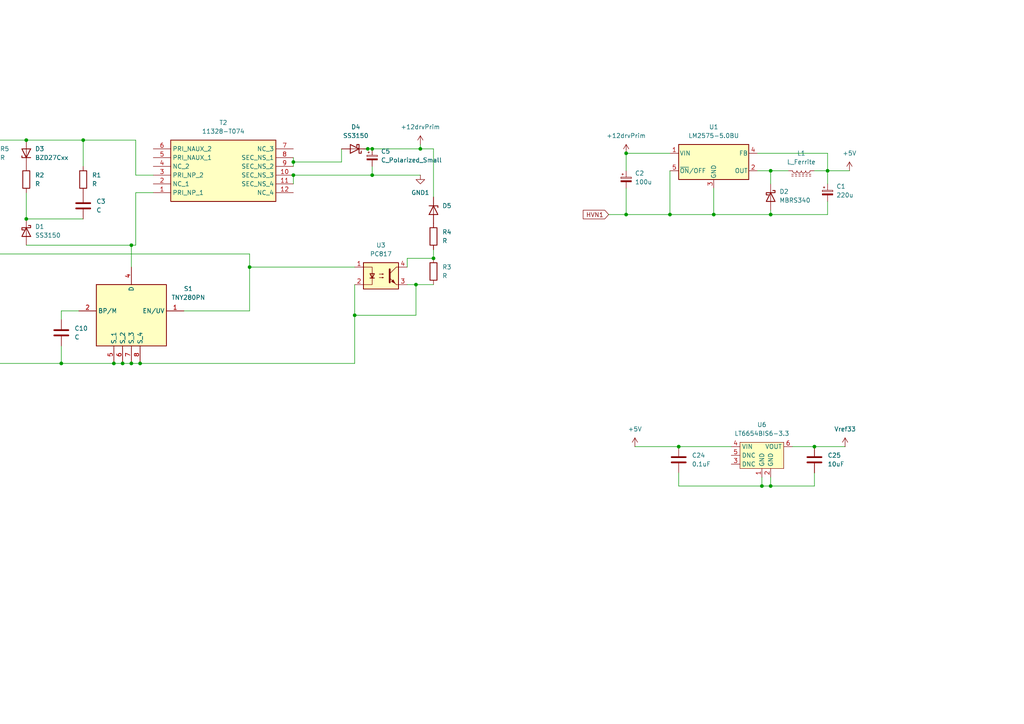
<source format=kicad_sch>
(kicad_sch (version 20250114) (generator "eeschema") (generator_version "9.0")
  (paper "A4")
  (lib_symbols
    (symbol "11328-T074:11328-T074"
      (property "Reference" "T" (at 36.83 7.62 0))
      (property "Value" "11328-T074" (at 36.83 5.08 0))
      (symbol "11328-T074_1_1"
        (rectangle (start 5.08 2.54) (end 35.56 -15.24) (stroke (width 0.254)) (fill (type background)))
        (pin passive line (at 0 0 0) (length 5.08) (name "NC_3") (number "7"))
        (pin passive line (at 0 -2.54 0) (length 5.08) (name "SEC_NS_1") (number "8"))
        (pin passive line (at 0 -5.08 0) (length 5.08) (name "SEC_NS_2") (number "9"))
        (pin passive line (at 0 -7.62 0) (length 5.08) (name "SEC_NS_3") (number "10"))
        (pin passive line (at 0 -10.16 0) (length 5.08) (name "SEC_NS_4") (number "11"))
        (pin passive line (at 0 -12.7 0) (length 5.08) (name "NC_4") (number "12"))
        (pin passive line (at 40.64 0 180) (length 5.08) (name "PRI_NAUX_2") (number "6"))
        (pin passive line (at 40.64 -2.54 180) (length 5.08) (name "PRI_NAUX_1") (number "5"))
        (pin passive line (at 40.64 -5.08 180) (length 5.08) (name "NC_2") (number "4"))
        (pin passive line (at 40.64 -7.62 180) (length 5.08) (name "PRI_NP_2") (number "3"))
        (pin passive line (at 40.64 -10.16 180) (length 5.08) (name "NC_1") (number "2"))
        (pin passive line (at 40.64 -12.7 180) (length 5.08) (name "PRI_NP_1") (number "1"))
      )
    )
    (symbol "AZ1117CH2-3_3TRG1:AZ1117CH2-3.3TRG1"
      (property "Reference" "IC" (at 36.83 7.62 0))
      (property "Value" "AZ1117CH2-3.3TRG1" (at 36.83 5.08 0))
      (symbol "AZ1117CH2-3.3TRG1_1_1"
        (rectangle (start 5.08 2.54) (end 35.56 -7.62) (stroke (width 0.254)) (fill (type background)))
        (pin passive line (at 0 0 0) (length 5.08) (name "INPUT") (number "1"))
        (pin passive line (at 0 -2.54 0) (length 5.08) (name "ADJ/GND_1") (number "2"))
        (pin passive line (at 0 -5.08 0) (length 5.08) (name "OUTPUT") (number "3"))
        (pin passive line (at 40.64 0 180) (length 5.08) (name "ADJ/GND_2") (number "4"))
      )
    )
    (symbol "Device:C" (pin_numbers (hide yes)) (pin_names (offset 0.254))
      (property "Reference" "C" (at 0.635 2.54 0))
      (property "Value" "C" (at 0.635 -2.54 0))
      (symbol "C_0_1"
        (polyline (pts (xy -2.032 0.762) (xy 2.032 0.762)) (stroke (width 0.508)))
        (polyline (pts (xy -2.032 -0.762) (xy 2.032 -0.762)) (stroke (width 0.508)))
      )
      (symbol "C_1_1"
        (pin passive line (at 0 3.81 270) (length 2.794) (name "~") (number "1"))
        (pin passive line (at 0 -3.81 90) (length 2.794) (name "~") (number "2"))
      )
    )
    (symbol "Device:C_Polarized_Small" (pin_numbers (hide yes)) (pin_names (offset 0.254) (hide yes))
      (property "Reference" "C" (at 0.254 1.778 0))
      (property "Value" "C_Polarized_Small" (at 0.254 -2.032 0))
      (symbol "C_Polarized_Small_0_1"
        (rectangle (start -1.524 0.6858) (end 1.524 0.3048))
        (rectangle (start -1.524 -0.3048) (end 1.524 -0.6858) (fill (type outline)))
        (polyline (pts (xy -1.27 1.524) (xy -0.762 1.524)))
        (polyline (pts (xy -1.016 1.27) (xy -1.016 1.778)))
      )
      (symbol "C_Polarized_Small_1_1"
        (pin passive line (at 0 2.54 270) (length 1.8542) (name "~") (number "1"))
        (pin passive line (at 0 -2.54 90) (length 1.8542) (name "~") (number "2"))
      )
    )
    (symbol "Device:L_Ferrite" (pin_numbers (hide yes)) (pin_names (offset 1.016) (hide yes))
      (property "Reference" "L" (at -1.27 0 90))
      (property "Value" "L_Ferrite" (at 2.794 0 90))
      (symbol "L_Ferrite_0_1"
        (arc (start 0 2.54) (mid 0.6323 1.905) (end 0 1.27))
        (arc (start 0 1.27) (mid 0.6323 0.635) (end 0 0))
        (arc (start 0 0) (mid 0.6323 -0.635) (end 0 -1.27))
        (arc (start 0 -1.27) (mid 0.6323 -1.905) (end 0 -2.54))
        (polyline (pts (xy 1.016 2.286) (xy 1.016 2.794)))
        (polyline (pts (xy 1.016 1.27) (xy 1.016 1.778)))
        (polyline (pts (xy 1.016 0.254) (xy 1.016 0.762)))
        (polyline (pts (xy 1.016 -0.762) (xy 1.016 -0.254)))
        (polyline (pts (xy 1.016 -1.778) (xy 1.016 -1.27)))
        (polyline (pts (xy 1.016 -2.794) (xy 1.016 -2.286)))
        (polyline (pts (xy 1.524 2.794) (xy 1.524 2.286)))
        (polyline (pts (xy 1.524 1.778) (xy 1.524 1.27)))
        (polyline (pts (xy 1.524 0.762) (xy 1.524 0.254)))
        (polyline (pts (xy 1.524 -0.254) (xy 1.524 -0.762)))
        (polyline (pts (xy 1.524 -1.27) (xy 1.524 -1.778)))
        (polyline (pts (xy 1.524 -2.286) (xy 1.524 -2.794)))
      )
      (symbol "L_Ferrite_1_1"
        (pin passive line (at 0 3.81 270) (length 1.27) (name "1") (number "1"))
        (pin passive line (at 0 -3.81 90) (length 1.27) (name "2") (number "2"))
      )
    )
    (symbol "Device:R" (pin_numbers (hide yes)) (pin_names (offset 0))
      (property "Reference" "R" (at 2.032 0 90))
      (property "Value" "R" (at 0 0 90))
      (symbol "R_0_1"
        (rectangle (start -1.016 -2.54) (end 1.016 2.54) (stroke (width 0.254)))
      )
      (symbol "R_1_1"
        (pin passive line (at 0 3.81 270) (length 1.27) (name "~") (number "1"))
        (pin passive line (at 0 -3.81 90) (length 1.27) (name "~") (number "2"))
      )
    )
    (symbol "Diode:BZD27Cxx" (pin_numbers (hide yes)) (pin_names (hide yes))
      (property "Reference" "D" (at 0 2.54 0))
      (property "Value" "BZD27Cxx" (at 0 -2.54 0))
      (symbol "BZD27Cxx_0_1"
        (polyline (pts (xy -1.27 -1.27) (xy -1.27 1.27) (xy -0.762 1.27)) (stroke (width 0.254)))
        (polyline (pts (xy 1.27 0) (xy -1.27 0)))
        (polyline (pts (xy 1.27 -1.27) (xy 1.27 1.27) (xy -1.27 0) (xy 1.27 -1.27)) (stroke (width 0.254)))
      )
      (symbol "BZD27Cxx_1_1"
        (pin passive line (at -3.81 0 0) (length 2.54) (name "K") (number "1"))
        (pin passive line (at 3.81 0 180) (length 2.54) (name "A") (number "2"))
      )
    )
    (symbol "Diode:BZX384xxxx" (pin_numbers (hide yes)) (pin_names (hide yes))
      (property "Reference" "D" (at 0 2.54 0))
      (property "Value" "BZX384xxxx" (at 0 -2.54 0))
      (symbol "BZX384xxxx_0_1"
        (polyline (pts (xy -1.27 -1.27) (xy -1.27 1.27) (xy -0.762 1.27)) (stroke (width 0.254)))
        (polyline (pts (xy 1.27 0) (xy -1.27 0)))
        (polyline (pts (xy 1.27 -1.27) (xy 1.27 1.27) (xy -1.27 0) (xy 1.27 -1.27)) (stroke (width 0.254)))
      )
      (symbol "BZX384xxxx_1_1"
        (pin passive line (at -3.81 0 0) (length 2.54) (name "K") (number "1"))
        (pin passive line (at 3.81 0 180) (length 2.54) (name "A") (number "2"))
      )
    )
    (symbol "Diode:MBRS340" (pin_numbers (hide yes)) (pin_names (offset 1.016) (hide yes))
      (property "Reference" "D" (at 0 2.54 0))
      (property "Value" "MBRS340" (at 0 -2.54 0))
      (symbol "MBRS340_0_1"
        (polyline (pts (xy -1.905 0.635) (xy -1.905 1.27) (xy -1.27 1.27) (xy -1.27 -1.27) (xy -0.635 -1.27) (xy -0.635 -0.635)) (stroke (width 0.254)))
        (polyline (pts (xy 1.27 1.27) (xy 1.27 -1.27) (xy -1.27 0) (xy 1.27 1.27)) (stroke (width 0.254)))
        (polyline (pts (xy 1.27 0) (xy -1.27 0)))
      )
      (symbol "MBRS340_1_1"
        (pin passive line (at -3.81 0 0) (length 2.54) (name "K") (number "1"))
        (pin passive line (at 3.81 0 180) (length 2.54) (name "A") (number "2"))
      )
    )
    (symbol "Diode:SS3150" (pin_numbers (hide yes)) (pin_names (offset 1.016) (hide yes))
      (property "Reference" "D" (at 0 2.54 0))
      (property "Value" "SS3150" (at 0 -2.54 0))
      (symbol "SS3150_0_1"
        (polyline (pts (xy -1.905 0.635) (xy -1.905 1.27) (xy -1.27 1.27) (xy -1.27 -1.27) (xy -0.635 -1.27) (xy -0.635 -0.635)) (stroke (width 0.254)))
        (polyline (pts (xy 1.27 1.27) (xy 1.27 -1.27) (xy -1.27 0) (xy 1.27 1.27)) (stroke (width 0.254)))
        (polyline (pts (xy 1.27 0) (xy -1.27 0)))
      )
      (symbol "SS3150_1_1"
        (pin passive line (at -3.81 0 0) (length 2.54) (name "K") (number "1"))
        (pin passive line (at 3.81 0 180) (length 2.54) (name "A") (number "2"))
      )
    )
    (symbol "Isolator:PC817" (pin_names (offset 1.016))
      (property "Reference" "U" (at -5.08 5.08 0))
      (property "Value" "PC817" (at 0 5.08 0))
      (symbol "PC817_0_1"
        (rectangle (start -5.08 3.81) (end 5.08 -3.81) (stroke (width 0.254)) (fill (type background)))
        (polyline (pts (xy -5.08 2.54) (xy -2.54 2.54) (xy -2.54 -0.635)))
        (polyline (pts (xy -3.175 -0.635) (xy -1.905 -0.635)) (stroke (width 0.254)))
        (polyline (pts (xy -2.54 -0.635) (xy -2.54 -2.54) (xy -5.08 -2.54)))
        (polyline (pts (xy -2.54 -0.635) (xy -3.175 0.635) (xy -1.905 0.635) (xy -2.54 -0.635)) (stroke (width 0.254)))
        (polyline (pts (xy -0.508 0.508) (xy 0.762 0.508) (xy 0.381 0.381) (xy 0.381 0.635) (xy 0.762 0.508)))
        (polyline (pts (xy -0.508 -0.508) (xy 0.762 -0.508) (xy 0.381 -0.635) (xy 0.381 -0.381) (xy 0.762 -0.508)))
        (polyline (pts (xy 2.54 1.905) (xy 2.54 -1.905)) (stroke (width 0.508)))
        (polyline (pts (xy 2.54 0.635) (xy 4.445 2.54)))
        (polyline (pts (xy 3.048 -1.651) (xy 3.556 -1.143) (xy 4.064 -2.159) (xy 3.048 -1.651)) (fill (type outline)))
        (polyline (pts (xy 4.445 2.54) (xy 5.08 2.54)))
        (polyline (pts (xy 4.445 -2.54) (xy 2.54 -0.635)) (fill (type outline)))
        (polyline (pts (xy 4.445 -2.54) (xy 5.08 -2.54)))
      )
      (symbol "PC817_1_1"
        (pin passive line (at -7.62 2.54 0) (length 2.54) (name "~") (number "1"))
        (pin passive line (at -7.62 -2.54 0) (length 2.54) (name "~") (number "2"))
        (pin passive line (at 7.62 2.54 180) (length 2.54) (name "~") (number "4"))
        (pin passive line (at 7.62 -2.54 180) (length 2.54) (name "~") (number "3"))
      )
    )
    (symbol "LM2575HVT-12_LF03:LM2575HVT-12_LF03"
      (property "Reference" "IC" (at 34.29 7.62 0))
      (property "Value" "LM2575HVT-12_LF03" (at 34.29 5.08 0))
      (symbol "LM2575HVT-12_LF03_1_1"
        (rectangle (start 5.08 2.54) (end 33.02 -7.62) (stroke (width 0.254)) (fill (type background)))
        (pin passive line (at 0 0 0) (length 5.08) (name "VIN") (number "1"))
        (pin passive line (at 0 -2.54 0) (length 5.08) (name "OUTPUT") (number "2"))
        (pin passive line (at 0 -5.08 0) (length 5.08) (name "GROUND") (number "3"))
        (pin passive line (at 38.1 0 180) (length 5.08) (name "FEEDBACK") (number "4"))
        (pin passive line (at 38.1 -2.54 180) (length 5.08) (name "~{ON}/OFF") (number "5"))
      )
    )
    (symbol "New_Library:LT6654BIS6_3_3"
      (property "Reference" "U" (at 0 0 0))
      (symbol "LT6654BIS6_3_3_1_1"
        (rectangle (start -5.08 -1.27) (end 7.62 -8.89) (fill (type background)))
        (pin input line (at -7.62 -2.54 0) (length 2.54) (name "VIN") (number "4"))
        (pin input line (at -7.62 -5.08 0) (length 2.54) (name "DNC") (number "5"))
        (pin power_in line (at -7.62 -7.62 0) (length 2.54) (name "DNC") (number "3"))
        (pin power_in line (at 1.27 -11.43 90) (length 2.54) (name "GND") (number "1"))
        (pin power_in line (at 3.81 -11.43 90) (length 2.54) (name "GND") (number "2"))
        (pin power_in line (at 10.16 -2.54 180) (length 2.54) (name "VOUT") (number "6"))
      )
    )
    (symbol "Regulator_Switching:LM2575-5.0BU" (pin_names (offset 0.254))
      (property "Reference" "U" (at -10.16 6.35 0))
      (property "Value" "LM2575-5.0BU" (at 0 6.35 0))
      (symbol "LM2575-5.0BU_0_1"
        (rectangle (start -10.16 5.08) (end 10.16 -5.08) (stroke (width 0.254)) (fill (type background)))
      )
      (symbol "LM2575-5.0BU_1_1"
        (pin power_in line (at -12.7 2.54 0) (length 2.54) (name "VIN") (number "1"))
        (pin input line (at -12.7 -2.54 0) (length 2.54) (name "~{ON}/OFF") (number "5"))
        (pin power_in line (at 0 -7.62 90) (length 2.54) (name "GND") (number "3"))
        (pin input line (at 12.7 2.54 180) (length 2.54) (name "FB") (number "4"))
        (pin output line (at 12.7 -2.54 180) (length 2.54) (name "OUT") (number "2"))
      )
    )
    (symbol "TNY280PN:TNY280PN"
      (property "Reference" "S" (at 26.67 12.7 0))
      (property "Value" "TNY280PN" (at 26.67 10.16 0))
      (symbol "TNY280PN_1_1"
        (rectangle (start 5.08 7.62) (end 25.4 -10.16) (stroke (width 0.254)) (fill (type background)))
        (pin passive line (at 0 0 0) (length 5.08) (name "BP/M") (number "2"))
        (pin passive line (at 10.16 -15.24 90) (length 5.08) (name "S_1") (number "5"))
        (pin passive line (at 12.7 -15.24 90) (length 5.08) (name "S_2") (number "6"))
        (pin passive line (at 15.24 12.7 270) (length 5.08) (name "D") (number "4"))
        (pin passive line (at 15.24 -15.24 90) (length 5.08) (name "S_3") (number "7"))
        (pin passive line (at 17.78 -15.24 90) (length 5.08) (name "S_4") (number "8"))
        (pin passive line (at 30.48 0 180) (length 5.08) (name "EN/UV") (number "1"))
      )
    )
    (symbol "power:+12V" (power) (pin_numbers (hide yes)) (pin_names (offset 0) (hide yes))
      (property "Value" "+12V" (at 0 3.556 0))
      (symbol "+12V_0_1"
        (polyline (pts (xy -0.762 1.27) (xy 0 2.54)))
        (polyline (pts (xy 0 2.54) (xy 0.762 1.27)))
        (polyline (pts (xy 0 0) (xy 0 2.54)))
      )
      (symbol "+12V_1_1"
        (pin power_in line (at 0 0 90) (length 0) (name "~") (number "1"))
      )
    )
    (symbol "power:+3V0" (power) (pin_numbers (hide yes)) (pin_names (offset 0) (hide yes))
      (property "Value" "+3V0" (at 0 3.556 0))
      (symbol "+3V0_0_1"
        (polyline (pts (xy -0.762 1.27) (xy 0 2.54)))
        (polyline (pts (xy 0 2.54) (xy 0.762 1.27)))
        (polyline (pts (xy 0 0) (xy 0 2.54)))
      )
      (symbol "+3V0_1_1"
        (pin power_in line (at 0 0 90) (length 0) (name "~") (number "1"))
      )
    )
    (symbol "power:+5V" (power) (pin_numbers (hide yes)) (pin_names (offset 0) (hide yes))
      (property "Value" "+5V" (at 0 3.556 0))
      (symbol "+5V_0_1"
        (polyline (pts (xy -0.762 1.27) (xy 0 2.54)))
        (polyline (pts (xy 0 2.54) (xy 0.762 1.27)))
        (polyline (pts (xy 0 0) (xy 0 2.54)))
      )
      (symbol "+5V_1_1"
        (pin power_in line (at 0 0 90) (length 0) (name "~") (number "1"))
      )
    )
    (symbol "power:GND1" (power) (pin_numbers (hide yes)) (pin_names (offset 0) (hide yes))
      (property "Value" "GND1" (at 0 -3.81 0))
      (symbol "GND1_0_1"
        (polyline (pts (xy 0 0) (xy 0 -1.27) (xy 1.27 -1.27) (xy 0 -2.54) (xy -1.27 -1.27) (xy 0 -1.27)))
      )
      (symbol "GND1_1_1"
        (pin power_in line (at 0 0 270) (length 0) (name "~") (number "1"))
      )
    )
    (symbol "power:GND2" (power) (pin_numbers (hide yes)) (pin_names (offset 0) (hide yes))
      (property "Value" "GND2" (at 0 -3.81 0))
      (symbol "GND2_0_1"
        (polyline (pts (xy 0 0) (xy 0 -1.27) (xy 1.27 -1.27) (xy 0 -2.54) (xy -1.27 -1.27) (xy 0 -1.27)))
      )
      (symbol "GND2_1_1"
        (pin power_in line (at 0 0 270) (length 0) (name "~") (number "1"))
      )
    )
  )
  (text "SEE LM2575HVSX-ADJ/NOPB AS SMD OR VERIFAY IF WE CAN LEST IT WITHOUT SINK \n" (at 403.098 28.194 0) (effects (font (size 1.27 1.27))))
  (text "| Original Part | Function / Specs                               | SMD Equivalent              | Package        | Notes                                  |\n| ------------- | ---------------------------------------------- | --------------------------- | -------------- | -------------------------------------- |\n| **P6KE150A**  | TVS Diode, 150 V, 600 W surge                  | **SMBJ150A**                | SMB (DO-214AA) | Same standoff voltage & surge rating   |\n| **1N4007GP**  | Rectifier, 1 A, 1000 V                         | **M7** (SMD 1N4007)         | SMA (DO-214AC) | Direct SMD version of 1N4007           |\n| **BYV28-200** | Ultrafast Rectifier, 3.5 A, 200 V, trr \\~30 ns | **ES3D** (example)          | SMB or SMC     | Choose ultrafast rectifier ≥3 A, 200 V |\n| **BZX79-C11** | Zener Diode, 11 V, 400 mW                      | **BZT52-C11**               | SOD-123        | Same voltage & similar power rating    |\n| **PC817A**    | Optocoupler, transistor output                 | **PC817 SOP-4** / **EL817** | SOP-4          | Same CTR & isolation; SMD footprint    |\n" (at 67.818 -23.368 0) (effects (font (size 1.27 1.27))))
  (text "NOT SMD !!!!!!!\n" (at 394.208 23.622 0) (effects (font (size 1.27 1.27))))
  (text "example of dc fan 12v 1.5w CFM-5015V-172-381 5cmx5cm" (at -43.434 80.01 0) (effects (font (size 1.27 1.27))))
  (junction (at 303.53 83.82))
  (junction (at 35.56 105.41))
  (junction (at 120.65 82.55))
  (junction (at 318.77 99.06))
  (junction (at 121.92 43.18))
  (junction (at 240.03 49.53))
  (junction (at 478.79 46.99))
  (junction (at 194.31 62.23))
  (junction (at 33.02 105.41))
  (junction (at 381 83.82))
  (junction (at 455.93 46.99))
  (junction (at 85.09 46.99))
  (junction (at 7.62 40.64))
  (junction (at 398.78 59.69))
  (junction (at 181.61 44.45))
  (junction (at 7.62 63.5))
  (junction (at 40.64 105.41))
  (junction (at 125.73 74.93))
  (junction (at 106.68 43.18))
  (junction (at 439.42 59.69))
  (junction (at 398.78 52.07))
  (junction (at 223.52 140.97))
  (junction (at 181.61 62.23))
  (junction (at 373.38 43.18))
  (junction (at -2.54 40.64))
  (junction (at 24.13 40.64))
  (junction (at 220.98 140.97))
  (junction (at 107.95 50.8))
  (junction (at 439.42 46.99))
  (junction (at 318.77 93.98))
  (junction (at 38.1 105.41))
  (junction (at 223.52 62.23))
  (junction (at 107.95 43.18))
  (junction (at 17.78 105.41))
  (junction (at 38.1 71.12))
  (junction (at 102.87 91.44))
  (junction (at 85.09 50.8))
  (junction (at 223.52 49.53))
  (junction (at 196.85 129.54))
  (junction (at 236.22 129.54))
  (junction (at 72.39 77.47))
  (junction (at 207.01 62.23))
  (junction (at 373.38 59.69))
  (wire (pts (xy 181.61 62.23) (xy 181.61 54.61)))
  (wire (pts (xy 125.73 57.15) (xy 125.73 43.18)))
  (wire (pts (xy 85.09 45.72) (xy 85.09 46.99)))
  (wire (pts (xy 99.06 43.18) (xy 99.06 46.99)))
  (wire (pts (xy 236.22 129.54) (xy 245.11 129.54)))
  (wire (pts (xy 7.62 40.64) (xy 24.13 40.64)))
  (wire (pts (xy 381 83.82) (xy 381 88.9)))
  (wire (pts (xy 220.98 138.43) (xy 220.98 140.97)))
  (wire (pts (xy 106.68 43.18) (xy 107.95 43.18)))
  (wire (pts (xy 38.1 71.12) (xy 39.37 71.12)))
  (wire (pts (xy 368.3 43.18) (xy 373.38 43.18)))
  (wire (pts (xy 120.65 91.44) (xy 120.65 82.55)))
  (wire (pts (xy 176.53 62.23) (xy 181.61 62.23)))
  (wire (pts (xy 398.78 52.07) (xy 398.78 59.69)))
  (wire (pts (xy 398.78 52.07) (xy 429.26 52.07)))
  (wire (pts (xy 194.31 49.53) (xy 194.31 62.23)))
  (wire (pts (xy 44.45 50.8) (xy 39.37 50.8)))
  (wire (pts (xy 85.09 50.8) (xy 107.95 50.8)))
  (wire (pts (xy 38.1 105.41) (xy 40.64 105.41)))
  (wire (pts (xy 24.13 48.26) (xy 24.13 40.64)))
  (wire (pts (xy 40.64 105.41) (xy 102.87 105.41)))
  (wire (pts (xy 120.65 82.55) (xy 125.73 82.55)))
  (wire (pts (xy 118.11 74.93) (xy 118.11 77.47)))
  (wire (pts (xy 478.79 46.99) (xy 481.33 46.99)))
  (wire (pts (xy 196.85 140.97) (xy 196.85 137.16)))
  (wire (pts (xy 102.87 82.55) (xy 102.87 91.44)))
  (wire (pts (xy 22.86 90.17) (xy 17.78 90.17)))
  (wire (pts (xy 455.93 59.69) (xy 439.42 59.69)))
  (wire (pts (xy 455.93 55.88) (xy 455.93 59.69)))
  (wire (pts (xy 223.52 138.43) (xy 223.52 140.97)))
  (wire (pts (xy 381 80.01) (xy 381 83.82)))
  (wire (pts (xy 102.87 91.44) (xy 120.65 91.44)))
  (wire (pts (xy 322.58 96.52) (xy 365.76 96.52)))
  (wire (pts (xy 24.13 63.5) (xy 7.62 63.5)))
  (wire (pts (xy 303.53 81.28) (xy 303.53 83.82)))
  (wire (pts (xy 303.53 99.06) (xy 318.77 99.06)))
  (wire (pts (xy 391.16 45.72) (xy 387.35 45.72)))
  (wire (pts (xy 207.01 54.61) (xy 207.01 62.23)))
  (wire (pts (xy 365.76 83.82) (xy 381 83.82)))
  (wire (pts (xy 33.02 105.41) (xy 35.56 105.41)))
  (wire (pts (xy 318.77 93.98) (xy 318.77 99.06)))
  (wire (pts (xy 223.52 49.53) (xy 228.6 49.53)))
  (wire (pts (xy 121.92 43.18) (xy 125.73 43.18)))
  (wire (pts (xy 196.85 129.54) (xy 212.09 129.54)))
  (wire (pts (xy 455.93 46.99) (xy 455.93 50.8)))
  (wire (pts (xy 72.39 77.47) (xy 72.39 90.17)))
  (wire (pts (xy 318.77 104.14) (xy 318.77 99.06)))
  (wire (pts (xy 452.12 46.99) (xy 455.93 46.99)))
  (wire (pts (xy 318.77 99.06) (xy 381 99.06)))
  (wire (pts (xy 391.16 52.07) (xy 398.78 52.07)))
  (wire (pts (xy 373.38 43.18) (xy 373.38 46.99)))
  (wire (pts (xy 318.77 86.36) (xy 318.77 93.98)))
  (wire (pts (xy 429.26 45.72) (xy 429.26 52.07)))
  (wire (pts (xy 17.78 90.17) (xy 17.78 92.71)))
  (wire (pts (xy 7.62 71.12) (xy 38.1 71.12)))
  (wire (pts (xy 373.38 43.18) (xy 391.16 43.18)))
  (wire (pts (xy 303.53 83.82) (xy 303.53 88.9)))
  (wire (pts (xy 107.95 43.18) (xy 121.92 43.18)))
  (wire (pts (xy 236.22 137.16) (xy 236.22 140.97)))
  (wire (pts (xy 85.09 46.99) (xy 85.09 48.26)))
  (wire (pts (xy 373.38 59.69) (xy 373.38 52.07)))
  (wire (pts (xy 207.01 62.23) (xy 223.52 62.23)))
  (wire (pts (xy 39.37 55.88) (xy 44.45 55.88)))
  (wire (pts (xy 219.71 49.53) (xy 223.52 49.53)))
  (wire (pts (xy 223.52 60.96) (xy 223.52 62.23)))
  (wire (pts (xy 53.34 90.17) (xy 72.39 90.17)))
  (wire (pts (xy 439.42 31.75) (xy 439.42 46.99)))
  (wire (pts (xy 39.37 55.88) (xy 39.37 71.12)))
  (wire (pts (xy 196.85 140.97) (xy 220.98 140.97)))
  (wire (pts (xy 121.92 41.91) (xy 121.92 43.18)))
  (wire (pts (xy -2.54 73.66) (xy 72.39 73.66)))
  (wire (pts (xy 72.39 73.66) (xy 72.39 77.47)))
  (wire (pts (xy 220.98 140.97) (xy 223.52 140.97)))
  (wire (pts (xy 240.03 49.53) (xy 246.38 49.53)))
  (wire (pts (xy 322.58 86.36) (xy 318.77 86.36)))
  (wire (pts (xy 303.53 83.82) (xy 322.58 83.82)))
  (wire (pts (xy 387.35 31.75) (xy 439.42 31.75)))
  (wire (pts (xy 318.77 93.98) (xy 363.22 93.98)))
  (wire (pts (xy 219.71 44.45) (xy 240.03 44.45)))
  (wire (pts (xy 85.09 50.8) (xy 85.09 53.34)))
  (wire (pts (xy 38.1 71.12) (xy 38.1 77.47)))
  (wire (pts (xy 24.13 40.64) (xy 39.37 40.64)))
  (wire (pts (xy 240.03 44.45) (xy 240.03 49.53)))
  (wire (pts (xy 181.61 44.45) (xy 181.61 49.53)))
  (wire (pts (xy 381 99.06) (xy 381 96.52)))
  (wire (pts (xy 439.42 46.99) (xy 439.42 50.8)))
  (wire (pts (xy 223.52 49.53) (xy 223.52 53.34)))
  (wire (pts (xy 229.87 129.54) (xy 236.22 129.54)))
  (wire (pts (xy 363.22 93.98) (xy 363.22 83.82)))
  (wire (pts (xy 181.61 62.23) (xy 194.31 62.23)))
  (wire (pts (xy 194.31 62.23) (xy 207.01 62.23)))
  (wire (pts (xy 118.11 82.55) (xy 120.65 82.55)))
  (wire (pts (xy -2.54 40.64) (xy 7.62 40.64)))
  (wire (pts (xy 181.61 44.45) (xy 194.31 44.45)))
  (wire (pts (xy 303.53 96.52) (xy 303.53 99.06)))
  (wire (pts (xy 429.26 43.18) (xy 455.93 43.18)))
  (wire (pts (xy 35.56 105.41) (xy 38.1 105.41)))
  (wire (pts (xy 105.41 43.18) (xy 106.68 43.18)))
  (wire (pts (xy 17.78 100.33) (xy 17.78 105.41)))
  (wire (pts (xy 313.69 104.14) (xy 318.77 104.14)))
  (wire (pts (xy 17.78 105.41) (xy 33.02 105.41)))
  (wire (pts (xy 107.95 50.8) (xy 121.92 50.8)))
  (wire (pts (xy 223.52 140.97) (xy 236.22 140.97)))
  (wire (pts (xy 102.87 105.41) (xy 102.87 91.44)))
  (wire (pts (xy 72.39 77.47) (xy 102.87 77.47)))
  (wire (pts (xy -6.35 105.41) (xy 17.78 105.41)))
  (wire (pts (xy 240.03 62.23) (xy 223.52 62.23)))
  (wire (pts (xy -6.35 40.64) (xy -2.54 40.64)))
  (wire (pts (xy 391.16 48.26) (xy 391.16 52.07)))
  (wire (pts (xy 240.03 58.42) (xy 240.03 62.23)))
  (wire (pts (xy 125.73 72.39) (xy 125.73 74.93)))
  (wire (pts (xy 39.37 50.8) (xy 39.37 40.64)))
  (wire (pts (xy 398.78 59.69) (xy 439.42 59.69)))
  (wire (pts (xy 439.42 58.42) (xy 439.42 59.69)))
  (wire (pts (xy 365.76 96.52) (xy 365.76 83.82)))
  (wire (pts (xy 236.22 49.53) (xy 240.03 49.53)))
  (wire (pts (xy 439.42 46.99) (xy 444.5 46.99)))
  (wire (pts (xy -2.54 48.26) (xy -2.54 73.66)))
  (wire (pts (xy 99.06 46.99) (xy 85.09 46.99)))
  (wire (pts (xy 322.58 88.9) (xy 322.58 96.52)))
  (wire (pts (xy 240.03 49.53) (xy 240.03 53.34)))
  (wire (pts (xy 125.73 74.93) (xy 118.11 74.93)))
  (wire (pts (xy 455.93 46.99) (xy 478.79 46.99)))
  (wire (pts (xy 373.38 59.69) (xy 398.78 59.69)))
  (wire (pts (xy 455.93 43.18) (xy 455.93 46.99)))
  (wire (pts (xy 107.95 48.26) (xy 107.95 50.8)))
  (wire (pts (xy 387.35 45.72) (xy 387.35 31.75)))
  (wire (pts (xy 184.15 129.54) (xy 196.85 129.54)))
  (wire (pts (xy 7.62 55.88) (xy 7.62 63.5)))
  (global_label "HVN1" (shape input) (at 313.69 104.14 180) (property "Intersheetrefs" "${INTERSHEET_REFS}" (effects (hide yes))))
  (global_label "HVN1" (shape input) (at -6.35 105.41 180) (property "Intersheetrefs" "${INTERSHEET_REFS}" (effects (hide yes))))
  (global_label "HVN1" (shape input) (at 176.53 62.23 180) (property "Intersheetrefs" "${INTERSHEET_REFS}" (effects (hide yes))))
  (global_label "HVP1" (shape input) (at -6.35 40.64 180) (property "Intersheetrefs" "${INTERSHEET_REFS}" (effects (hide yes))))
  (global_label "OUT1" (shape input) (at 368.3 43.18 180) (property "Intersheetrefs" "${INTERSHEET_REFS}" (effects (hide yes))))
  (symbol (lib_id "Device:C_Polarized_Small") (at 455.93 53.34 0) (unit 1)
    (property "Reference" "C61" (at 458.47 51.5238 0) (effects (justify left)))
    (property "Value" "220u" (at 458.47 54.0638 0) (effects (justify left)))
    (property "Description" "Polarized capacitor, small symbol" (effects (hide yes)))
  )
  (symbol (lib_id "Device:R") (at -2.54 44.45 0) (unit 1)
    (property "Reference" "R5" (at 0 43.1799 0) (effects (justify left)))
    (property "Value" "R" (at 0 45.7199 0) (effects (justify left)))
    (property "Description" "Resistor" (effects (hide yes)))
  )
  (symbol (lib_id "Device:R") (at 125.73 78.74 0) (unit 1)
    (property "Reference" "R3" (at 128.27 77.4699 0) (effects (justify left)))
    (property "Value" "R" (at 128.27 80.0099 0) (effects (justify left)))
    (property "Description" "Resistor" (effects (hide yes)))
  )
  (symbol (lib_id "Device:C") (at 236.22 133.35 0) (unit 1)
    (property "Reference" "C25" (at 240.03 132.0799 0) (effects (justify left)))
    (property "Value" "10uF" (at 240.03 134.6199 0) (effects (justify left)))
    (property "Description" "Unpolarized capacitor" (effects (hide yes)))
  )
  (symbol (lib_id "power:+12V") (at 181.61 44.45 0) (unit 1)
    (property "Reference" "#PWR02" (effects (hide yes)))
    (property "Value" "+12drvPrim" (at 181.61 39.37 0))
    (property "Description" "Power symbol creates a global label with name \"+12V\"" (effects (hide yes)))
  )
  (symbol (lib_id "Device:C") (at 381 92.71 0) (unit 1)
    (property "Reference" "C22" (at 384.81 91.4399 0) (effects (justify left)))
    (property "Value" "2.2u" (at 384.81 93.9799 0) (effects (justify left)))
    (property "Description" "Unpolarized capacitor" (effects (hide yes)))
  )
  (symbol (lib_id "Diode:MBRS340") (at 223.52 57.15 270) (unit 1)
    (property "Reference" "D2" (at 226.0558 55.5624 90) (effects (justify left)))
    (property "Value" "MBRS340" (at 226.0558 58.1024 90) (effects (justify left)))
    (property "Footprint" "Diode_SMD:D_SMC" (effects (hide yes)))
    (property "Datasheet" "https://www.onsemi.com/download/data-sheet/pdf/mbrs340t3-d.pdf" (effects (hide yes)))
    (property "Description" "40V 3A Schottky Barrier Rectifier Diode, SMC (DO-214AB)" (effects (hide yes)))
  )
  (symbol (lib_id "power:GND1") (at 121.92 50.8 0) (unit 1)
    (property "Reference" "#PWR03" (effects (hide yes)))
    (property "Value" "GND1" (at 121.92 55.88 0))
    (property "Description" "Power symbol creates a global label with name \"GND1\" , ground" (effects (hide yes)))
  )
  (symbol (lib_id "Device:C_Polarized_Small") (at 373.38 49.53 0) (unit 1)
    (property "Reference" "C60" (at 375.92 47.7138 0) (effects (justify left)))
    (property "Value" "100u" (at 375.92 50.2538 0) (effects (justify left)))
    (property "Description" "Polarized capacitor, small symbol" (effects (hide yes)))
  )
  (symbol (lib_id "Device:C") (at 17.78 96.52 0) (unit 1)
    (property "Reference" "C10" (at 21.59 95.2499 0) (effects (justify left)))
    (property "Value" "C" (at 21.59 97.7899 0) (effects (justify left)))
    (property "Description" "Unpolarized capacitor" (effects (hide yes)))
  )
  (symbol (lib_id "Diode:SS3150") (at 102.87 43.18 180) (unit 1)
    (property "Reference" "D4" (at 103.1875 36.83 0))
    (property "Value" "SS3150" (at 103.1875 39.37 0))
    (property "Footprint" "Diode_SMD:D_SMA" (effects (hide yes)))
    (property "Datasheet" "https://www.microdiode.com/uploadfiles//PDF/SS32-THRU-SS3200-SMA.pdf" (effects (hide yes)))
    (property "Description" "150V 3A Schottky Diode, SMA" (effects (hide yes)))
  )
  (symbol (lib_id "Diode:BZX384xxxx") (at 125.73 60.96 270) (unit 1)
    (property "Reference" "D5" (at 128.27 59.6899 90) (effects (justify left)))
    (property "Value" "BZX384xxxx" (effects (hide yes)))
    (property "Footprint" "Diode_SMD:D_SOD-323" (effects (hide yes)))
    (property "Datasheet" "https://www.vishay.com/docs/85764/bzx384.pdf" (effects (hide yes)))
    (property "Description" "300mW Zener Diode, SOD-323" (effects (hide yes)))
  )
  (symbol (lib_id "Device:C_Polarized_Small") (at 240.03 55.88 0) (unit 1)
    (property "Reference" "C1" (at 242.57 54.0638 0) (effects (justify left)))
    (property "Value" "220u" (at 242.57 56.6038 0) (effects (justify left)))
    (property "Description" "Polarized capacitor, small symbol" (effects (hide yes)))
  )
  (symbol (lib_id "power:+12V") (at 121.92 41.91 0) (unit 1)
    (property "Reference" "#PWR016" (effects (hide yes)))
    (property "Value" "+12drvPrim" (at 121.92 36.83 0))
    (property "Description" "Power symbol creates a global label with name \"+12V\"" (effects (hide yes)))
  )
  (symbol (lib_id "Device:C") (at 478.79 50.8 0) (mirror y) (unit 1)
    (property "Reference" "C9" (at 474.98 49.5299 0) (effects (justify left)))
    (property "Value" "100nF" (at 474.98 52.0699 0) (effects (justify left)))
    (property "Footprint" "Capacitor_SMD:C_1206_3216Metric" (effects (hide yes)))
    (property "Datasheet" "https://www.mouser.fr/datasheet/2/210/WTC_MLCC_General_Purpose-1534899.pdf" (effects (hide yes)))
    (property "Description" "Unpolarized capacitor" (effects (hide yes)))
    (property "Manufacturer part code" "1206B104K101CT" (effects (hide yes)))
  )
  (symbol (lib_id "Device:R") (at 125.73 68.58 0) (unit 1)
    (property "Reference" "R4" (at 128.27 67.3099 0) (effects (justify left)))
    (property "Value" "R" (at 128.27 69.8499 0) (effects (justify left)))
    (property "Description" "Resistor" (effects (hide yes)))
  )
  (symbol (lib_id "Device:C_Polarized_Small") (at 181.61 52.07 0) (unit 1)
    (property "Reference" "C2" (at 184.15 50.2538 0) (effects (justify left)))
    (property "Value" "100u" (at 184.15 52.7938 0) (effects (justify left)))
    (property "Description" "Polarized capacitor, small symbol" (effects (hide yes)))
  )
  (symbol (lib_id "power:+5V") (at 381 80.01 0) (unit 1)
    (property "Reference" "#PWR018" (effects (hide yes)))
    (property "Value" "+3.3V" (at 381 74.93 0))
    (property "Description" "Power symbol creates a global label with name \"+5V\"" (effects (hide yes)))
  )
  (symbol (lib_id "Device:R") (at 7.62 52.07 0) (unit 1)
    (property "Reference" "R2" (at 10.16 50.7999 0) (effects (justify left)))
    (property "Value" "R" (at 10.16 53.3399 0) (effects (justify left)))
    (property "Description" "Resistor" (effects (hide yes)))
  )
  (symbol (lib_id "Diode:BZD27Cxx") (at 7.62 44.45 90) (unit 1)
    (property "Reference" "D3" (at 10.16 43.1799 90) (effects (justify right)))
    (property "Value" "BZD27Cxx" (at 10.16 45.7199 90) (effects (justify right)))
    (property "Footprint" "Diode_SMD:D_SMF" (effects (hide yes)))
    (property "Datasheet" "https://www.vishay.com/docs/85153/bzd27series.pdf" (effects (hide yes)))
    (property "Description" "800mW Zener Diode, 3.6-200V, SMF" (effects (hide yes)))
  )
  (symbol (lib_id "Device:C_Polarized_Small") (at 107.95 45.72 0) (unit 1)
    (property "Reference" "C5" (at 110.49 43.9038 0) (effects (justify left)))
    (property "Value" "C_Polarized_Small" (at 110.49 46.4438 0) (effects (justify left)))
    (property "Description" "Polarized capacitor, small symbol" (effects (hide yes)))
  )
  (symbol (lib_id "power:GND2") (at 478.79 54.61 0) (unit 1)
    (property "Reference" "#PWR06" (effects (hide yes)))
    (property "Value" "GND2" (at 478.79 59.69 0))
    (property "Description" "Power symbol creates a global label with name \"GND2\" , ground" (effects (hide yes)))
  )
  (symbol (lib_id "New_Library:LT6654BIS6_3_3") (at 219.71 127 0) (unit 1)
    (property "Reference" "U6" (at 220.98 123.19 0))
    (property "Value" "LT6654BIS6-3.3" (at 220.98 125.73 0))
    (property "Datasheet" "https://www.mouser.fr/datasheet/2/609/lt6654-3124249.pdf" (effects (hide yes)))
  )
  (symbol (lib_id "LM2575HVT-12_LF03:LM2575HVT-12_LF03") (at 391.16 43.18 0) (unit 1)
    (property "Reference" "IC8" (at 410.21 35.56 0))
    (property "Value" "LM2575HVT-12_LF03" (at 410.21 38.1 0))
    (property "Footprint" "TO170P470X1028X2142-5P" (effects (hide yes)))
    (property "Description" "Switching Voltage Regulators SIMPLE SWITCHER 1A Step-Down Voltage Regulator 5-TO-220" (effects (hide yes)))
    (property "Height" "4.7" (effects (hide yes)))
    (property "Mouser Part Number" "926-LM2575HVT12LF03" (effects (hide yes)))
    (property "Mouser Price/Stock" "https://www.mouser.co.uk/ProductDetail/Texas-Instruments/LM2575HVT-12-LF03?qs=X1J7HmVL2ZH9n4TMpZlfYA%3D%3D" (effects (hide yes)))
    (property "Manufacturer_Name" "Texas Instruments" (effects (hide yes)))
    (property "Manufacturer_Part_Number" "LM2575HVT-12/LF03" (effects (hide yes)))
  )
  (symbol (lib_id "11328-T074:11328-T074") (at 85.09 43.18 0) (mirror y) (unit 1)
    (property "Reference" "T2" (at 64.77 35.56 0))
    (property "Value" "11328-T074" (at 64.77 38.1 0))
    (property "Footprint" "11328-T074:11328T074" (effects (hide yes)))
    (property "Datasheet" "https://www.mouser.co.cr/datasheet/2/390/LT8316_PQ2620_Datasheet_ver_3_20190825-2199694.pdf" (effects (hide yes)))
    (property "Description" "Power Transformers Flyback Transformer for LT8316" (effects (hide yes)))
    (property "Height" "23.5" (effects (hide yes)))
    (property "Mouser Part Number" "851-11328-T074" (effects (hide yes)))
    (property "Mouser Price/Stock" "https://www.mouser.co.uk/ProductDetail/Sumida/11328-T074?qs=DRkmTr78QASTM1HSK8DGZg%3D%3D" (effects (hide yes)))
    (property "Manufacturer_Name" "Sumida" (effects (hide yes)))
    (property "Manufacturer_Part_Number" "11328-T074" (effects (hide yes)))
  )
  (symbol (lib_id "TNY280PN:TNY280PN") (at 22.86 90.17 0) (unit 1)
    (property "Reference" "S1" (at 54.61 83.7498 0))
    (property "Value" "TNY280PN" (at 54.61 86.2898 0))
    (property "Footprint" "DIP-8C" (effects (hide yes)))
    (property "Datasheet" "https://www.digikey.ph/en/products/detail/power-integrations/TNY280PN/1007189?msockid=39f1ec84d77b6f4428b7f904d6676eed" (effects (hide yes)))
    (property "Description" "Power Integrations TNY280PN Intelligent Power Switch, Off Line Switcher, 2550mA, 28.5W 8-Pin, DIPC" (effects (hide yes)))
    (property "Mouser Part Number" "869-TNY280PN" (effects (hide yes)))
    (property "Mouser Price/Stock" "https://www.mouser.co.uk/ProductDetail/Power-Integrations/TNY280PN?qs=WS5Jv%252B%252Bx1qW1eUCHvoKBfA%3D%3D" (effects (hide yes)))
    (property "Manufacturer_Name" "Power Integrations" (effects (hide yes)))
    (property "Manufacturer_Part_Number" "TNY280PN" (effects (hide yes)))
  )
  (symbol (lib_id "power:+3V0") (at 245.11 129.54 0) (unit 1)
    (property "Reference" "#PWR022" (effects (hide yes)))
    (property "Value" "Vref33" (at 245.11 124.46 0))
    (property "Description" "Power symbol creates a global label with name \"+3V0\"" (effects (hide yes)))
  )
  (symbol (lib_id "Device:C") (at 24.13 59.69 0) (unit 1)
    (property "Reference" "C3" (at 27.94 58.4199 0) (effects (justify left)))
    (property "Value" "C" (at 27.94 60.9599 0) (effects (justify left)))
    (property "Description" "Unpolarized capacitor" (effects (hide yes)))
  )
  (symbol (lib_id "AZ1117CH2-3_3TRG1:AZ1117CH2-3.3TRG1") (at 322.58 83.82 0) (unit 1)
    (property "Reference" "IC6" (at 342.9 76.2 0))
    (property "Value" "AZ1117CH2-3.3TRG1" (at 342.9 78.74 0))
    (property "Footprint" "AZ1117CH2-3.3TRG1:SOT230P700X180-4N" (effects (hide yes)))
    (property "Datasheet" "https://www.diodes.com//assets/Datasheets/AZ1117C.pdf" (effects (hide yes)))
    (property "Description" "LDO Voltage Regulators LDO BJT HiCurr SOT223 T&R 4K" (effects (hide yes)))
    (property "Height" "1.8" (effects (hide yes)))
    (property "Mouser Part Number" "621-AZ1117CH2-33TRG1" (effects (hide yes)))
    (property "Mouser Price/Stock" "https://www.mouser.co.uk/ProductDetail/Diodes-Incorporated/AZ1117CH2-3.3TRG1?qs=lQAVKuKFhkLc7jCxso2G3w%3D%3D" (effects (hide yes)))
    (property "Manufacturer_Name" "Diodes Incorporated" (effects (hide yes)))
    (property "Manufacturer_Part_Number" "AZ1117CH2-3.3TRG1" (effects (hide yes)))
  )
  (symbol (lib_id "power:+12V") (at 481.33 46.99 0) (unit 1)
    (property "Reference" "#PWR04" (effects (hide yes)))
    (property "Value" "+12drvSec" (at 481.33 43.18 0))
    (property "Description" "Power symbol creates a global label with name \"+12V\"" (effects (hide yes)))
  )
  (symbol (lib_id "power:GND2") (at 373.38 59.69 0) (unit 1)
    (property "Reference" "#PWR05" (effects (hide yes)))
    (property "Value" "GND2" (at 373.38 64.77 0))
    (property "Description" "Power symbol creates a global label with name \"GND2\" , ground" (effects (hide yes)))
  )
  (symbol (lib_id "power:+5V") (at 303.53 81.28 0) (unit 1)
    (property "Reference" "#PWR08" (effects (hide yes)))
    (property "Value" "+5V" (at 303.53 76.2 0))
    (property "Description" "Power symbol creates a global label with name \"+5V\"" (effects (hide yes)))
  )
  (symbol (lib_id "Device:L_Ferrite") (at 448.31 46.99 270) (unit 1)
    (property "Reference" "L5" (at 448.31 41.91 90))
    (property "Value" "L_Ferrite" (at 448.31 44.45 90))
    (property "Description" "Inductor with ferrite core" (effects (hide yes)))
  )
  (symbol (lib_id "Regulator_Switching:LM2575-5.0BU") (at 207.01 46.99 0) (unit 1)
    (property "Reference" "U1" (at 207.01 36.83 0))
    (property "Value" "LM2575-5.0BU" (at 207.01 39.37 0))
    (property "Footprint" "Package_TO_SOT_SMD:TO-263-5_TabPin3" (effects (hide yes)))
    (property "Datasheet" "http://ww1.microchip.com/downloads/en/DeviceDoc/lm2575.pdf" (effects (hide yes)))
    (property "Description" "Fixed 5.0V 52kHz Simple 1A Buck Regulator, TO-263" (effects (hide yes)))
  )
  (symbol (lib_id "Device:R") (at 24.13 52.07 0) (unit 1)
    (property "Reference" "R1" (at 26.67 50.7999 0) (effects (justify left)))
    (property "Value" "R" (at 26.67 53.3399 0) (effects (justify left)))
    (property "Description" "Resistor" (effects (hide yes)))
  )
  (symbol (lib_id "power:+5V") (at 246.38 49.53 0) (unit 1)
    (property "Reference" "#PWR01" (effects (hide yes)))
    (property "Value" "+5V" (at 246.38 44.45 0))
    (property "Description" "Power symbol creates a global label with name \"+5V\"" (effects (hide yes)))
  )
  (symbol (lib_id "Diode:SS3150") (at 7.62 67.31 270) (unit 1)
    (property "Reference" "D1" (at 10.16 65.7224 90) (effects (justify left)))
    (property "Value" "SS3150" (at 10.16 68.2624 90) (effects (justify left)))
    (property "Footprint" "Diode_SMD:D_SMA" (effects (hide yes)))
    (property "Datasheet" "https://www.microdiode.com/uploadfiles//PDF/SS32-THRU-SS3200-SMA.pdf" (effects (hide yes)))
    (property "Description" "150V 3A Schottky Diode, SMA" (effects (hide yes)))
  )
  (symbol (lib_id "power:+5V") (at 184.15 129.54 0) (unit 1)
    (property "Reference" "#PWR021" (effects (hide yes)))
    (property "Value" "+5V" (at 184.15 124.46 0))
    (property "Description" "Power symbol creates a global label with name \"+5V\"" (effects (hide yes)))
  )
  (symbol (lib_id "Device:C") (at 196.85 133.35 0) (unit 1)
    (property "Reference" "C24" (at 200.66 132.0799 0) (effects (justify left)))
    (property "Value" "0.1uF" (at 200.66 134.6199 0) (effects (justify left)))
    (property "Description" "Unpolarized capacitor" (effects (hide yes)))
  )
  (symbol (lib_id "Device:C") (at 303.53 92.71 0) (unit 1)
    (property "Reference" "C4" (at 307.34 91.4399 0) (effects (justify left)))
    (property "Value" "1u" (at 307.34 93.9799 0) (effects (justify left)))
    (property "Description" "Unpolarized capacitor" (effects (hide yes)))
  )
  (symbol (lib_id "Diode:MBRS340") (at 439.42 54.61 270) (unit 1)
    (property "Reference" "D9" (at 441.9558 53.0224 90) (effects (justify left)))
    (property "Value" "MBRS340" (at 441.9558 55.5624 90) (effects (justify left)))
    (property "Footprint" "Diode_SMD:D_SMC" (effects (hide yes)))
    (property "Datasheet" "https://www.onsemi.com/download/data-sheet/pdf/mbrs340t3-d.pdf" (effects (hide yes)))
    (property "Description" "40V 3A Schottky Barrier Rectifier Diode, SMC (DO-214AB)" (effects (hide yes)))
  )
  (symbol (lib_id "Isolator:PC817") (at 110.49 80.01 0) (unit 1)
    (property "Reference" "U3" (at 110.49 71.12 0))
    (property "Value" "PC817" (at 110.49 73.66 0))
    (property "Footprint" "Package_DIP:DIP-4_W7.62mm" (effects (hide yes)))
    (property "Datasheet" "http://www.soselectronic.cz/a_info/resource/d/pc817.pdf" (effects (hide yes)))
    (property "Description" "DC Optocoupler, Vce 35V, CTR 50-300%, DIP-4" (effects (hide yes)))
  )
  (symbol (lib_id "Device:L_Ferrite") (at 232.41 49.53 270) (unit 1)
    (property "Reference" "L1" (at 232.41 44.45 90))
    (property "Value" "L_Ferrite" (at 232.41 46.99 90))
    (property "Description" "Inductor with ferrite core" (effects (hide yes)))
  )
)
</source>
